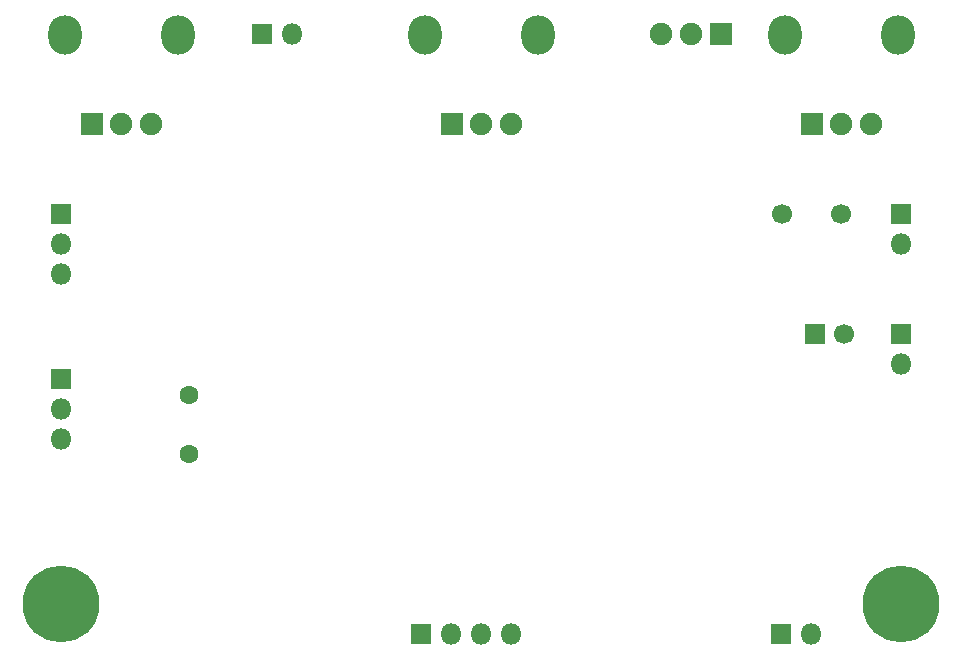
<source format=gbr>
%TF.GenerationSoftware,KiCad,Pcbnew,5.1.6-c6e7f7d~87~ubuntu18.04.1*%
%TF.CreationDate,2020-07-29T17:40:00-04:00*%
%TF.ProjectId,bit_crusher_pedal,6269745f-6372-4757-9368-65725f706564,rev?*%
%TF.SameCoordinates,Original*%
%TF.FileFunction,Soldermask,Top*%
%TF.FilePolarity,Negative*%
%FSLAX46Y46*%
G04 Gerber Fmt 4.6, Leading zero omitted, Abs format (unit mm)*
G04 Created by KiCad (PCBNEW 5.1.6-c6e7f7d~87~ubuntu18.04.1) date 2020-07-29 17:40:00*
%MOMM*%
%LPD*%
G01*
G04 APERTURE LIST*
%ADD10O,1.800000X1.800000*%
%ADD11R,1.800000X1.800000*%
%ADD12C,0.900000*%
%ADD13C,6.500000*%
%ADD14C,1.600000*%
%ADD15O,2.820000X3.340000*%
%ADD16C,1.900000*%
%ADD17R,1.900000X1.900000*%
%ADD18C,1.700000*%
%ADD19R,1.700000X1.700000*%
G04 APERTURE END LIST*
D10*
%TO.C,J7*%
X144780000Y-109220000D03*
D11*
X142240000Y-109220000D03*
%TD*%
D12*
%TO.C,H2*%
X154097056Y-104982944D03*
X152400000Y-104280000D03*
X150702944Y-104982944D03*
X150000000Y-106680000D03*
X150702944Y-108377056D03*
X152400000Y-109080000D03*
X154097056Y-108377056D03*
X154800000Y-106680000D03*
D13*
X152400000Y-106680000D03*
%TD*%
D12*
%TO.C,H1*%
X82977056Y-104982944D03*
X81280000Y-104280000D03*
X79582944Y-104982944D03*
X78880000Y-106680000D03*
X79582944Y-108377056D03*
X81280000Y-109080000D03*
X82977056Y-108377056D03*
X83680000Y-106680000D03*
D13*
X81280000Y-106680000D03*
%TD*%
D14*
%TO.C,X1*%
X92075000Y-88980000D03*
X92075000Y-93980000D03*
%TD*%
D15*
%TO.C,RV3*%
X112040000Y-58540000D03*
X121640000Y-58540000D03*
D16*
X119340000Y-66040000D03*
X116840000Y-66040000D03*
D17*
X114340000Y-66040000D03*
%TD*%
D15*
%TO.C,RV2*%
X81560000Y-58540000D03*
X91160000Y-58540000D03*
D16*
X88860000Y-66040000D03*
X86360000Y-66040000D03*
D17*
X83860000Y-66040000D03*
%TD*%
D15*
%TO.C,RV1*%
X142520000Y-58540000D03*
X152120000Y-58540000D03*
D16*
X149820000Y-66040000D03*
X147320000Y-66040000D03*
D17*
X144820000Y-66040000D03*
%TD*%
D10*
%TO.C,J6*%
X81280000Y-92710000D03*
X81280000Y-90170000D03*
D11*
X81280000Y-87630000D03*
%TD*%
D10*
%TO.C,J5*%
X81280000Y-78740000D03*
X81280000Y-76200000D03*
D11*
X81280000Y-73660000D03*
%TD*%
D10*
%TO.C,J4*%
X100838000Y-58420000D03*
D11*
X98298000Y-58420000D03*
%TD*%
D10*
%TO.C,J3*%
X119380000Y-109220000D03*
X116840000Y-109220000D03*
X114300000Y-109220000D03*
D11*
X111760000Y-109220000D03*
%TD*%
D10*
%TO.C,J2*%
X152400000Y-86360000D03*
D11*
X152400000Y-83820000D03*
%TD*%
D10*
%TO.C,J1*%
X152400000Y-76200000D03*
D11*
X152400000Y-73660000D03*
%TD*%
D16*
%TO.C,D1*%
X132080000Y-58420000D03*
X134620000Y-58420000D03*
D17*
X137160000Y-58420000D03*
%TD*%
D18*
%TO.C,C8*%
X147574000Y-83820000D03*
D19*
X145074000Y-83820000D03*
%TD*%
D18*
%TO.C,C4*%
X147320000Y-73660000D03*
X142320000Y-73660000D03*
%TD*%
M02*

</source>
